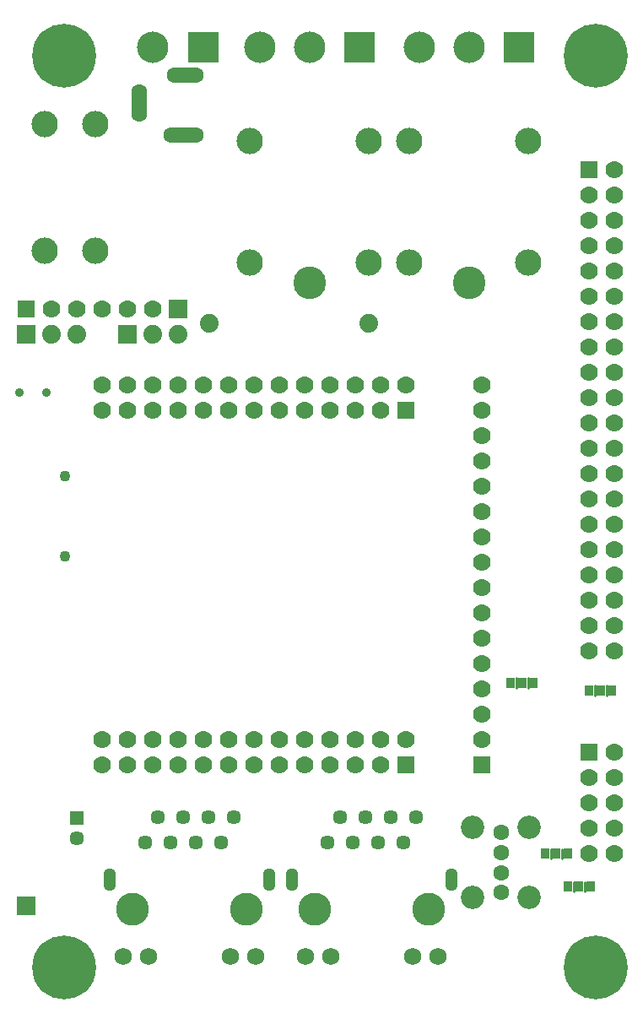
<source format=gbr>
G75*
G70*
%OFA0B0*%
%FSLAX24Y24*%
%IPPOS*%
%LPD*%
%AMOC8*
5,1,8,0,0,1.08239X$1,22.5*
%
%ADD10R,0.0700X0.0700*%
%ADD11C,0.0700*%
%ADD12C,0.0926*%
%ADD13C,0.0631*%
%ADD14C,0.1300*%
%ADD15C,0.0571*%
%ADD16C,0.0690*%
%ADD17C,0.0512*%
%ADD18R,0.0740X0.0740*%
%ADD19C,0.0740*%
%ADD20C,0.1290*%
%ADD21C,0.1040*%
%ADD22R,0.1240X0.1240*%
%ADD23C,0.1240*%
%ADD24C,0.0434*%
%ADD25R,0.0571X0.0571*%
%ADD26R,0.0340X0.0440*%
%ADD27C,0.0100*%
%ADD28C,0.0355*%
%ADD29C,0.2520*%
D10*
X019652Y012157D03*
X022652Y012157D03*
X026902Y012657D03*
X019652Y026157D03*
X026902Y035657D03*
X004652Y030157D03*
D11*
X005652Y030157D03*
X006652Y030157D03*
X007652Y030157D03*
X008652Y030157D03*
X009652Y030157D03*
X009652Y027157D03*
X009652Y026157D03*
X008652Y026157D03*
X008652Y027157D03*
X007652Y027157D03*
X007652Y026157D03*
X010652Y026157D03*
X010652Y027157D03*
X011652Y027157D03*
X011652Y026157D03*
X012652Y026157D03*
X012652Y027157D03*
X013652Y027157D03*
X013652Y026157D03*
X014652Y026157D03*
X014652Y027157D03*
X015652Y027157D03*
X015652Y026157D03*
X016652Y026157D03*
X016652Y027157D03*
X017652Y027157D03*
X017652Y026157D03*
X018652Y026157D03*
X018652Y027157D03*
X019652Y027157D03*
X022652Y027157D03*
X022652Y026157D03*
X022652Y025157D03*
X022652Y024157D03*
X022652Y023157D03*
X022652Y022157D03*
X022652Y021157D03*
X022652Y020157D03*
X022652Y019157D03*
X022652Y018157D03*
X022652Y017157D03*
X022652Y016157D03*
X022652Y015157D03*
X022652Y014157D03*
X022652Y013157D03*
X019652Y013157D03*
X018652Y013157D03*
X018652Y012157D03*
X017652Y012157D03*
X017652Y013157D03*
X016652Y013157D03*
X016652Y012157D03*
X015652Y012157D03*
X015652Y013157D03*
X014652Y013157D03*
X014652Y012157D03*
X013652Y012157D03*
X013652Y013157D03*
X012652Y013157D03*
X012652Y012157D03*
X011652Y012157D03*
X011652Y013157D03*
X010652Y013157D03*
X010652Y012157D03*
X009652Y012157D03*
X009652Y013157D03*
X008652Y013157D03*
X008652Y012157D03*
X007652Y012157D03*
X007652Y013157D03*
X026902Y011657D03*
X026902Y010657D03*
X026902Y009657D03*
X026902Y008657D03*
X027902Y008657D03*
X027902Y009657D03*
X027902Y010657D03*
X027902Y011657D03*
X027902Y012657D03*
X027902Y016657D03*
X027902Y017657D03*
X027902Y018657D03*
X027902Y019657D03*
X027902Y020657D03*
X027902Y021657D03*
X026902Y021657D03*
X026902Y020657D03*
X026902Y019657D03*
X026902Y018657D03*
X026902Y017657D03*
X026902Y016657D03*
X026902Y022657D03*
X026902Y023657D03*
X026902Y024657D03*
X026902Y025657D03*
X026902Y026657D03*
X026902Y027657D03*
X026902Y028657D03*
X026902Y029657D03*
X026902Y030657D03*
X026902Y031657D03*
X026902Y032657D03*
X026902Y033657D03*
X026902Y034657D03*
X027902Y034657D03*
X027902Y035657D03*
X027902Y033657D03*
X027902Y032657D03*
X027902Y031657D03*
X027902Y030657D03*
X027902Y029657D03*
X027902Y028657D03*
X027902Y027657D03*
X027902Y026657D03*
X027902Y025657D03*
X027902Y024657D03*
X027902Y023657D03*
X027902Y022657D03*
D12*
X024533Y009686D03*
X024533Y006930D03*
X022289Y006930D03*
X022289Y009686D03*
D13*
X023411Y009489D03*
X023411Y008701D03*
X023411Y007914D03*
X023411Y007127D03*
X011345Y037034D03*
X011227Y037034D03*
X011109Y037034D03*
X010991Y037034D03*
X010873Y037034D03*
X010754Y037034D03*
X010636Y037034D03*
X010518Y037034D03*
X010400Y037034D03*
X009121Y037880D03*
X009121Y037959D03*
X009121Y038077D03*
X009121Y038195D03*
X009121Y038314D03*
X009121Y038432D03*
X009121Y038550D03*
X009121Y038668D03*
X009121Y038747D03*
X010518Y039396D03*
X010636Y039396D03*
X010754Y039396D03*
X010873Y039396D03*
X010991Y039396D03*
X011109Y039396D03*
X011227Y039396D03*
X011345Y039396D03*
D14*
X013352Y006457D03*
X016052Y006457D03*
X020552Y006457D03*
X008852Y006457D03*
D15*
X009349Y009095D03*
X009849Y010095D03*
X010349Y009095D03*
X010849Y010095D03*
X011349Y009095D03*
X011849Y010095D03*
X012349Y009095D03*
X012849Y010095D03*
X016549Y009095D03*
X017049Y010095D03*
X017549Y009095D03*
X018049Y010095D03*
X018549Y009095D03*
X019049Y010095D03*
X019549Y009095D03*
X020049Y010095D03*
X006652Y009263D03*
D16*
X008500Y004587D03*
X009500Y004587D03*
X012705Y004587D03*
X013705Y004587D03*
X015700Y004587D03*
X016700Y004587D03*
X019905Y004587D03*
X020905Y004587D03*
D17*
X021452Y007441D03*
X021452Y007520D03*
X021452Y007599D03*
X021452Y007677D03*
X021452Y007756D03*
X021452Y007835D03*
X015153Y007835D03*
X015153Y007756D03*
X015153Y007677D03*
X015153Y007599D03*
X015153Y007520D03*
X015153Y007441D03*
X014252Y007441D03*
X014252Y007520D03*
X014252Y007599D03*
X014252Y007677D03*
X014252Y007756D03*
X014252Y007835D03*
X007953Y007835D03*
X007953Y007756D03*
X007953Y007677D03*
X007953Y007599D03*
X007953Y007520D03*
X007953Y007441D03*
D18*
X004652Y006607D03*
X004652Y029157D03*
X008652Y029157D03*
X010652Y030157D03*
D19*
X010652Y029157D03*
X009652Y029157D03*
X011902Y029607D03*
X006652Y029157D03*
X005652Y029157D03*
X018202Y029607D03*
D20*
X015852Y031207D03*
X022152Y031207D03*
D21*
X019802Y032007D03*
X018202Y032007D03*
X018202Y036807D03*
X019802Y036807D03*
X024502Y036807D03*
X024502Y032007D03*
X013502Y032007D03*
X013502Y036807D03*
X007402Y037457D03*
X005402Y037457D03*
X005402Y032457D03*
X007402Y032457D03*
D22*
X011637Y040507D03*
X017821Y040507D03*
X024121Y040507D03*
D23*
X022152Y040507D03*
X020184Y040507D03*
X015852Y040507D03*
X013884Y040507D03*
X009668Y040507D03*
D24*
X006173Y023556D03*
X006173Y020406D03*
D25*
X006652Y010051D03*
D26*
X023802Y015407D03*
X024252Y015407D03*
X024702Y015407D03*
X026902Y015107D03*
X027352Y015107D03*
X027802Y015107D03*
X026052Y008657D03*
X025602Y008657D03*
X025152Y008657D03*
X026052Y007357D03*
X026502Y007357D03*
X026952Y007357D03*
D27*
X026727Y007549D02*
X026727Y007165D01*
X026277Y007165D02*
X026277Y007549D01*
X025827Y008465D02*
X025827Y008849D01*
X025377Y008849D02*
X025377Y008465D01*
X027127Y014915D02*
X027127Y015299D01*
X027577Y015299D02*
X027577Y014915D01*
X024477Y015215D02*
X024477Y015599D01*
X024027Y015599D02*
X024027Y015215D01*
D28*
X005452Y026857D03*
X004402Y026857D03*
D29*
X006152Y040157D03*
X027152Y040157D03*
X027152Y004157D03*
X006152Y004157D03*
M02*

</source>
